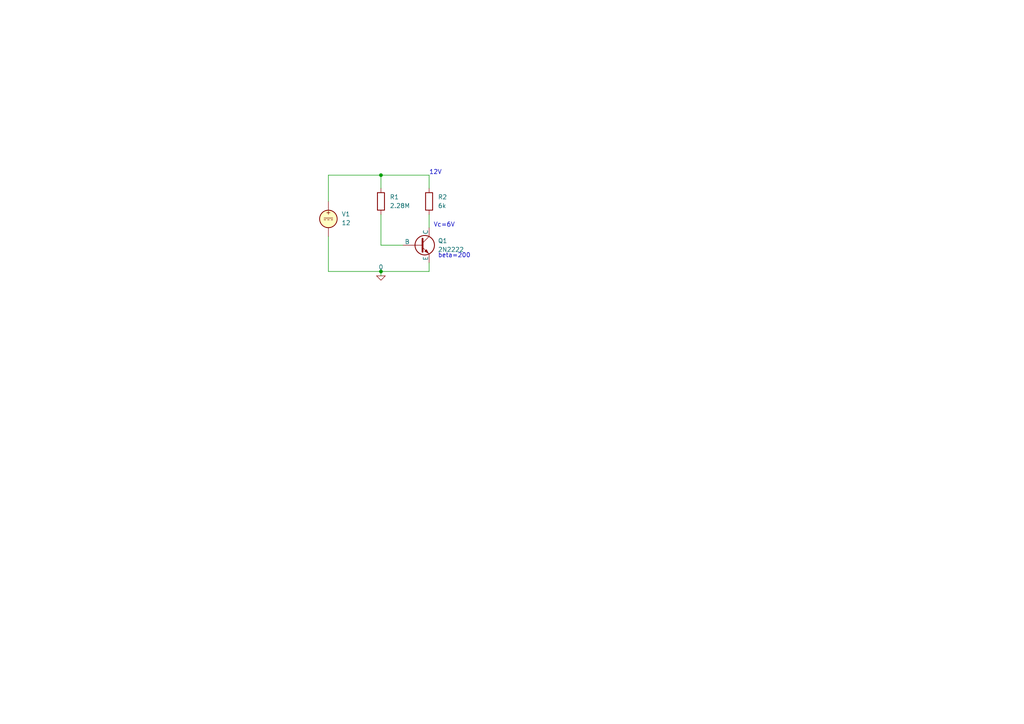
<source format=kicad_sch>
(kicad_sch (version 20230121) (generator eeschema)
  (paper "A4")
  (lib_symbols
    (symbol "Device:R" (pin_numbers hide) (pin_names (offset 0))
      (property "Reference" "R" (at 2.032 0 90))
      (property "Value" "R" (at 0 0 90))
      (symbol "R_0_1"
        (rectangle (start -1.016 -2.54) (end 1.016 2.54) (stroke (width 0.254)))
      )
      (symbol "R_1_1"
        (pin passive line (at 0 3.81 270) (length 1.27) (name "~") (number "1"))
        (pin passive line (at 0 -3.81 90) (length 1.27) (name "~") (number "2"))
      )
    )
    (symbol "Simulation_SPICE:0" (power) (pin_names (offset 0))
      (property "Value" "0" (at 0 -1.778 0))
      (symbol "0_0_1"
        (polyline (pts (xy -1.27 0) (xy 0 -1.27) (xy 1.27 0) (xy -1.27 0)))
      )
      (symbol "0_1_1"
        (pin power_in line (at 0 0 0) (length 0) hide (name "0") (number "1"))
      )
    )
    (symbol "Simulation_SPICE:NPN" (pin_numbers hide) (pin_names (offset 0))
      (property "Reference" "Q" (at -2.54 7.62 0))
      (property "Value" "NPN" (at -2.54 5.08 0))
      (symbol "NPN_0_1"
        (polyline (pts (xy -2.54 0) (xy 0.635 0)) (stroke (width 0.1524)))
        (polyline (pts (xy 0.635 0.635) (xy 2.54 2.54)))
        (polyline (pts (xy 2.794 -1.27) (xy 2.794 -1.27)) (stroke (width 0.1524)))
        (polyline (pts (xy 2.794 -1.27) (xy 2.794 -1.27)) (stroke (width 0.1524)))
        (polyline (pts (xy 0.635 -0.635) (xy 2.54 -2.54) (xy 2.54 -2.54)))
        (polyline (pts (xy 0.635 1.905) (xy 0.635 -1.905) (xy 0.635 -1.905)) (stroke (width 0.508)))
        (polyline (pts (xy 1.27 -1.778) (xy 1.778 -1.27) (xy 2.286 -2.286) (xy 1.27 -1.778) (xy 1.27 -1.778)) (fill (type outline)))
        (circle (center 1.27 0) (radius 2.8194) (stroke (width 0.254)))
      )
      (symbol "NPN_1_1"
        (pin open_collector line (at 2.54 5.08 270) (length 2.54) (name "C") (number "1"))
        (pin input line (at -5.08 0 0) (length 2.54) (name "B") (number "2"))
        (pin open_emitter line (at 2.54 -5.08 90) (length 2.54) (name "E") (number "3"))
      )
    )
    (symbol "Simulation_SPICE:VDC" (pin_numbers hide) (pin_names (offset 0.0254))
      (property "Reference" "V" (at 2.54 2.54 0))
      (property "Value" "1" (at 2.54 0 0))
      (symbol "VDC_0_0"
        (polyline (pts (xy -1.27 0.254) (xy 1.27 0.254)))
        (polyline (pts (xy -0.762 -0.254) (xy -1.27 -0.254)))
        (polyline (pts (xy 0.254 -0.254) (xy -0.254 -0.254)))
        (polyline (pts (xy 1.27 -0.254) (xy 0.762 -0.254)))
        (text "+" (at 0 1.905 0) (effects (font (size 1.27 1.27))))
      )
      (symbol "VDC_0_1"
        (circle (center 0 0) (radius 2.54) (stroke (width 0.254)) (fill (type background)))
      )
      (symbol "VDC_1_1"
        (pin passive line (at 0 5.08 270) (length 2.54) (name "~") (number "1"))
        (pin passive line (at 0 -5.08 90) (length 2.54) (name "~") (number "2"))
      )
    )
  )
  (junction (at 110.49 78.74))
  (junction (at 110.49 50.8))
  (wire (pts (xy 124.46 78.74) (xy 110.49 78.74)))
  (wire (pts (xy 124.46 50.8) (xy 124.46 54.61)))
  (wire (pts (xy 110.49 62.23) (xy 110.49 71.12)))
  (wire (pts (xy 95.25 58.42) (xy 95.25 50.8)))
  (wire (pts (xy 110.49 71.12) (xy 116.84 71.12)))
  (wire (pts (xy 110.49 50.8) (xy 124.46 50.8)))
  (wire (pts (xy 95.25 50.8) (xy 110.49 50.8)))
  (wire (pts (xy 110.49 78.74) (xy 110.49 80.01)))
  (wire (pts (xy 124.46 76.2) (xy 124.46 78.74)))
  (wire (pts (xy 110.49 78.74) (xy 95.25 78.74)))
  (wire (pts (xy 124.46 62.23) (xy 124.46 66.04)))
  (wire (pts (xy 95.25 78.74) (xy 95.25 68.58)))
  (wire (pts (xy 110.49 50.8) (xy 110.49 54.61)))
  (text "beta=200" (at 127 74.93 0) (effects (font (size 1.27 1.27)) (justify left bottom)))
  (text "Vc=6V" (at 125.73 66.04 0) (effects (font (size 1.27 1.27)) (justify left bottom)))
  (text "12V" (at 124.46 50.8 0) (effects (font (size 1.27 1.27)) (justify left bottom)))
  (symbol (lib_id "Device:R") (at 124.46 58.42 0) (unit 1)
    (property "Reference" "R2" (at 127 57.15 0) (effects (justify left)))
    (property "Value" "6k" (at 127 59.69 0) (effects (justify left)))
  )
  (symbol (lib_id "Simulation_SPICE:VDC") (at 95.25 63.5 0) (unit 1)
    (property "Reference" "V1" (at 99.06 62.1002 0) (effects (justify left)))
    (property "Value" "12" (at 99.06 64.6402 0) (effects (justify left)))
    (property "Sim.Pins" "1=+ 2=-" (effects hide))
    (property "Sim.Type" "DC" (effects hide))
    (property "Sim.Device" "V" (effects hide))
  )
  (symbol (lib_id "Device:R") (at 110.49 58.42 0) (unit 1)
    (property "Reference" "R1" (at 113.03 57.15 0) (effects (justify left)))
    (property "Value" "2.28M" (at 113.03 59.69 0) (effects (justify left)))
  )
  (symbol (lib_id "Simulation_SPICE:NPN") (at 121.92 71.12 0) (unit 1)
    (property "Reference" "Q1" (at 127 69.85 0) (effects (justify left)))
    (property "Value" "2N2222" (at 127 72.39 0) (effects (justify left)))
    (property "Sim.Device" "NPN" (effects hide))
    (property "Sim.Type" "GUMMELPOON" (effects hide))
    (property "Sim.Pins" "1=C 2=B 3=E" (effects hide))
    (property "Sim.Params" "bf=200" (effects hide))
  )
  (symbol (lib_id "Simulation_SPICE:0") (at 110.49 80.01 0) (unit 1)
    (property "Reference" "#GND01" (effects hide))
    (property "Value" "0" (at 110.49 77.47 0))
  )
)
</source>
